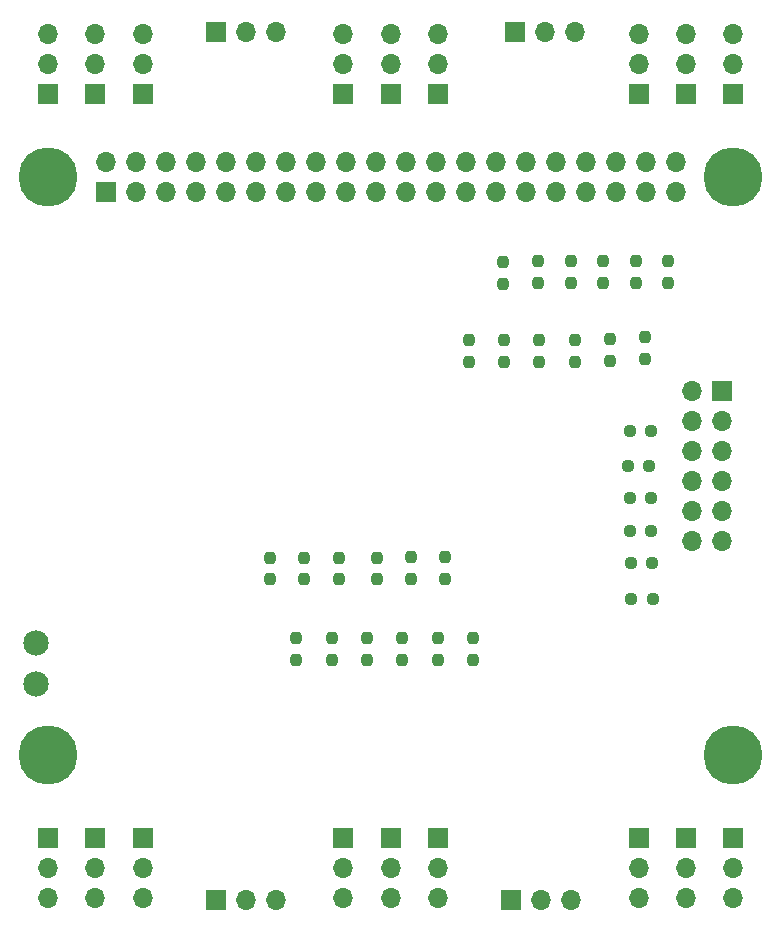
<source format=gbr>
%TF.GenerationSoftware,KiCad,Pcbnew,8.0.6-8.0.6-0~ubuntu24.04.1*%
%TF.CreationDate,2024-11-11T20:35:34-05:00*%
%TF.ProjectId,Hexapod_bot,48657861-706f-4645-9f62-6f742e6b6963,rev?*%
%TF.SameCoordinates,Original*%
%TF.FileFunction,Soldermask,Bot*%
%TF.FilePolarity,Negative*%
%FSLAX46Y46*%
G04 Gerber Fmt 4.6, Leading zero omitted, Abs format (unit mm)*
G04 Created by KiCad (PCBNEW 8.0.6-8.0.6-0~ubuntu24.04.1) date 2024-11-11 20:35:34*
%MOMM*%
%LPD*%
G01*
G04 APERTURE LIST*
G04 Aperture macros list*
%AMRoundRect*
0 Rectangle with rounded corners*
0 $1 Rounding radius*
0 $2 $3 $4 $5 $6 $7 $8 $9 X,Y pos of 4 corners*
0 Add a 4 corners polygon primitive as box body*
4,1,4,$2,$3,$4,$5,$6,$7,$8,$9,$2,$3,0*
0 Add four circle primitives for the rounded corners*
1,1,$1+$1,$2,$3*
1,1,$1+$1,$4,$5*
1,1,$1+$1,$6,$7*
1,1,$1+$1,$8,$9*
0 Add four rect primitives between the rounded corners*
20,1,$1+$1,$2,$3,$4,$5,0*
20,1,$1+$1,$4,$5,$6,$7,0*
20,1,$1+$1,$6,$7,$8,$9,0*
20,1,$1+$1,$8,$9,$2,$3,0*%
G04 Aperture macros list end*
%ADD10RoundRect,0.237500X0.237500X-0.250000X0.237500X0.250000X-0.237500X0.250000X-0.237500X-0.250000X0*%
%ADD11R,1.700000X1.700000*%
%ADD12O,1.700000X1.700000*%
%ADD13RoundRect,0.237500X-0.237500X0.250000X-0.237500X-0.250000X0.237500X-0.250000X0.237500X0.250000X0*%
%ADD14RoundRect,0.237500X0.250000X0.237500X-0.250000X0.237500X-0.250000X-0.237500X0.250000X-0.237500X0*%
%ADD15C,2.154000*%
%ADD16C,2.900000*%
%ADD17C,5.000000*%
G04 APERTURE END LIST*
D10*
%TO.C,R34*%
X49750000Y-9000000D03*
X49750000Y-7175000D03*
%TD*%
%TO.C,R31*%
X52500000Y-9000000D03*
X52500000Y-7175000D03*
%TD*%
D11*
%TO.C,J21*%
X58000000Y-56000000D03*
D12*
X58000000Y-58540000D03*
X58000000Y-61080000D03*
%TD*%
D10*
%TO.C,R30*%
X47000000Y-9000000D03*
X47000000Y-7175000D03*
%TD*%
D13*
%TO.C,R38*%
X36000000Y-40912500D03*
X36000000Y-39087500D03*
%TD*%
D11*
%TO.C,J17*%
X29000000Y-56000000D03*
D12*
X29000000Y-58540000D03*
X29000000Y-61080000D03*
%TD*%
D11*
%TO.C,J13*%
X0Y-56000000D03*
D12*
X0Y-58540000D03*
X0Y-61080000D03*
%TD*%
D13*
%TO.C,R40*%
X24000000Y-40912500D03*
X24000000Y-39087500D03*
%TD*%
%TO.C,R39*%
X30000000Y-40912500D03*
X30000000Y-39087500D03*
%TD*%
D11*
%TO.C,J7*%
X25000000Y7000000D03*
D12*
X25000000Y9540000D03*
X25000000Y12080000D03*
%TD*%
D14*
%TO.C,R9*%
X49087500Y-24500000D03*
X50912500Y-24500000D03*
%TD*%
D11*
%TO.C,J16*%
X25000000Y-56000000D03*
D12*
X25000000Y-58540000D03*
X25000000Y-61080000D03*
%TD*%
D15*
%TO.C,J3*%
X-1000000Y-43000000D03*
X-1000000Y-39500000D03*
%TD*%
D11*
%TO.C,J24*%
X14225000Y-61225000D03*
D12*
X16765000Y-61225000D03*
X19305000Y-61225000D03*
%TD*%
D10*
%TO.C,R32*%
X38500000Y-9075007D03*
X38500000Y-7250007D03*
%TD*%
D14*
%TO.C,R4*%
X51150000Y-32750000D03*
X49325000Y-32750000D03*
%TD*%
D11*
%TO.C,J11*%
X54000000Y7000000D03*
D12*
X54000000Y9540000D03*
X54000000Y12080000D03*
%TD*%
D14*
%TO.C,R8*%
X51075000Y-30000000D03*
X49250000Y-30000000D03*
%TD*%
D11*
%TO.C,J9*%
X33000000Y7000000D03*
D12*
X33000000Y9540000D03*
X33000000Y12080000D03*
%TD*%
D11*
%TO.C,J8*%
X29000000Y7000000D03*
D12*
X29000000Y9540000D03*
X29000000Y12080000D03*
%TD*%
D16*
%TO.C,H4*%
X58000000Y-49000000D03*
D17*
X58000000Y-49000000D03*
%TD*%
D16*
%TO.C,H1*%
X0Y0D03*
D17*
X0Y0D03*
%TD*%
D11*
%TO.C,J12*%
X58000000Y7000000D03*
D12*
X58000000Y9540000D03*
X58000000Y12080000D03*
%TD*%
D11*
%TO.C,J22*%
X14225000Y12275000D03*
D12*
X16765000Y12275000D03*
X19305000Y12275000D03*
%TD*%
D13*
%TO.C,R37*%
X21000000Y-39087500D03*
X21000000Y-40912500D03*
%TD*%
D10*
%TO.C,R29*%
X41500000Y-7175000D03*
X41500000Y-9000000D03*
%TD*%
D16*
%TO.C,H2*%
X58000000Y0D03*
D17*
X58000000Y0D03*
%TD*%
D14*
%TO.C,R7*%
X51175000Y-35750000D03*
X49350000Y-35750000D03*
%TD*%
D11*
%TO.C,J4*%
X0Y7000000D03*
D12*
X0Y9540000D03*
X0Y12080000D03*
%TD*%
D11*
%TO.C,J20*%
X54000000Y-56000000D03*
D12*
X54000000Y-58540000D03*
X54000000Y-61080000D03*
%TD*%
D11*
%TO.C,J18*%
X33000000Y-56000000D03*
D12*
X33000000Y-58540000D03*
X33000000Y-61080000D03*
%TD*%
D11*
%TO.C,J25*%
X39225000Y-61225000D03*
D12*
X41765000Y-61225000D03*
X44305000Y-61225000D03*
%TD*%
D11*
%TO.C,J5*%
X4000000Y7000000D03*
D12*
X4000000Y9540000D03*
X4000000Y12080000D03*
%TD*%
D11*
%TO.C,J15*%
X8000000Y-56000000D03*
D12*
X8000000Y-58540000D03*
X8000000Y-61080000D03*
%TD*%
D11*
%TO.C,J6*%
X8000000Y7000000D03*
D12*
X8000000Y9540000D03*
X8000000Y12080000D03*
%TD*%
D10*
%TO.C,R33*%
X44250000Y-7175000D03*
X44250000Y-9000000D03*
%TD*%
D16*
%TO.C,H3*%
X0Y-49000000D03*
D17*
X0Y-49000000D03*
%TD*%
D13*
%TO.C,R36*%
X27000000Y-39087500D03*
X27000000Y-40912500D03*
%TD*%
D12*
%TO.C,J2*%
X54500000Y-30875000D03*
X57040000Y-30875000D03*
X54500000Y-28335000D03*
X57040000Y-28335000D03*
X54500000Y-25795000D03*
X57040000Y-25795000D03*
X54500000Y-23255000D03*
X57040000Y-23255000D03*
X54500000Y-20715000D03*
X57040000Y-20715000D03*
X54500000Y-18175000D03*
D11*
X57040000Y-18175000D03*
%TD*%
D14*
%TO.C,R5*%
X51075000Y-27250000D03*
X49250000Y-27250000D03*
%TD*%
D11*
%TO.C,J23*%
X39500000Y12250000D03*
D12*
X42040000Y12250000D03*
X44580000Y12250000D03*
%TD*%
D11*
%TO.C,J10*%
X50000000Y7000000D03*
D12*
X50000000Y9540000D03*
X50000000Y12080000D03*
%TD*%
D11*
%TO.C,J1*%
X4870000Y-1290000D03*
D12*
X4870000Y1250000D03*
X7410000Y-1290000D03*
X7410000Y1250000D03*
X9950000Y-1290000D03*
X9950000Y1250000D03*
X12490000Y-1290000D03*
X12490000Y1250000D03*
X15030000Y-1290000D03*
X15030000Y1250000D03*
X17570000Y-1290000D03*
X17570000Y1250000D03*
X20110000Y-1290000D03*
X20110000Y1250000D03*
X22650000Y-1290000D03*
X22650000Y1250000D03*
X25190000Y-1290000D03*
X25190000Y1250000D03*
X27730000Y-1290000D03*
X27730000Y1250000D03*
X30270000Y-1290000D03*
X30270000Y1250000D03*
X32810000Y-1290000D03*
X32810000Y1250000D03*
X35350000Y-1290000D03*
X35350000Y1250000D03*
X37890000Y-1290000D03*
X37890000Y1250000D03*
X40430000Y-1290000D03*
X40430000Y1250000D03*
X42970000Y-1290000D03*
X42970000Y1250000D03*
X45510000Y-1290000D03*
X45510000Y1250000D03*
X48050000Y-1290000D03*
X48050000Y1250000D03*
X50590000Y-1290000D03*
X50590000Y1250000D03*
X53130000Y-1290000D03*
X53130000Y1250000D03*
%TD*%
D14*
%TO.C,R6*%
X49250000Y-21500000D03*
X51075000Y-21500000D03*
%TD*%
D11*
%TO.C,J19*%
X50000000Y-56000000D03*
D12*
X50000000Y-58540000D03*
X50000000Y-61080000D03*
%TD*%
D13*
%TO.C,R35*%
X33000000Y-40912500D03*
X33000000Y-39087500D03*
%TD*%
D11*
%TO.C,J14*%
X4000000Y-56000000D03*
D12*
X4000000Y-58540000D03*
X4000000Y-61080000D03*
%TD*%
D10*
%TO.C,JP2*%
X47600000Y-15575000D03*
X47600000Y-13750000D03*
%TD*%
%TO.C,JP3*%
X44600000Y-15662500D03*
X44600000Y-13837500D03*
%TD*%
D13*
%TO.C,JP9*%
X24650000Y-32250000D03*
X24650000Y-34075000D03*
%TD*%
%TO.C,JP11*%
X30730000Y-32225000D03*
X30730000Y-34050000D03*
%TD*%
D10*
%TO.C,JP4*%
X41600000Y-15675000D03*
X41600000Y-13850000D03*
%TD*%
D13*
%TO.C,JP12*%
X33630000Y-32237500D03*
X33630000Y-34062500D03*
%TD*%
D10*
%TO.C,JP1*%
X50500000Y-15412500D03*
X50500000Y-13587500D03*
%TD*%
D13*
%TO.C,JP7*%
X18750000Y-32250000D03*
X18750000Y-34075000D03*
%TD*%
%TO.C,JP10*%
X27830000Y-32250000D03*
X27830000Y-34075000D03*
%TD*%
%TO.C,JP8*%
X21650000Y-32250000D03*
X21650000Y-34075000D03*
%TD*%
D10*
%TO.C,JP6*%
X35600000Y-15662500D03*
X35600000Y-13837500D03*
%TD*%
%TO.C,JP5*%
X38600000Y-15675000D03*
X38600000Y-13850000D03*
%TD*%
M02*

</source>
